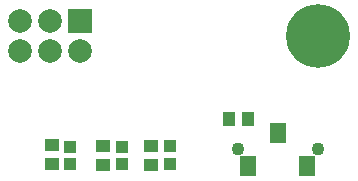
<source format=gts>
G04*
G04 #@! TF.GenerationSoftware,Altium Limited,Altium Designer,22.11.1 (43)*
G04*
G04 Layer_Color=8388736*
%FSLAX25Y25*%
%MOIN*%
G70*
G04*
G04 #@! TF.SameCoordinates,88FEEC96-C8F5-481B-BEC2-3E2380618A1E*
G04*
G04*
G04 #@! TF.FilePolarity,Negative*
G04*
G01*
G75*
%ADD17R,0.05524X0.07099*%
%ADD18R,0.03950X0.03950*%
%ADD19R,0.04343X0.04737*%
%ADD20R,0.04737X0.04343*%
%ADD21C,0.04343*%
%ADD22C,0.07887*%
%ADD23R,0.07887X0.07887*%
%ADD24C,0.01981*%
%ADD25C,0.21272*%
D17*
X-13386Y-32283D02*
D03*
X-23228Y-43307D02*
D03*
X-3543D02*
D03*
D18*
X-82480Y-36811D02*
D03*
Y-42717D02*
D03*
X-49311Y-36614D02*
D03*
Y-42520D02*
D03*
X-65453Y-42717D02*
D03*
Y-36811D02*
D03*
D19*
X-29528Y-27559D02*
D03*
X-23228D02*
D03*
D20*
X-55512Y-36614D02*
D03*
Y-42913D02*
D03*
X-88484Y-36417D02*
D03*
Y-42717D02*
D03*
X-71555Y-36614D02*
D03*
Y-42913D02*
D03*
D21*
X-26772Y-37795D02*
D03*
X0D02*
D03*
D22*
X-99173Y-5000D02*
D03*
Y5000D02*
D03*
X-89173Y-5000D02*
D03*
Y5000D02*
D03*
X-79173Y-5000D02*
D03*
D23*
Y5000D02*
D03*
D24*
X5568Y-5568D02*
D03*
X0Y-7874D02*
D03*
X-5568Y-5568D02*
D03*
X-7874Y0D02*
D03*
X-5568Y5568D02*
D03*
X0Y7874D02*
D03*
X5568Y5568D02*
D03*
X7874Y0D02*
D03*
D25*
X0D02*
D03*
M02*

</source>
